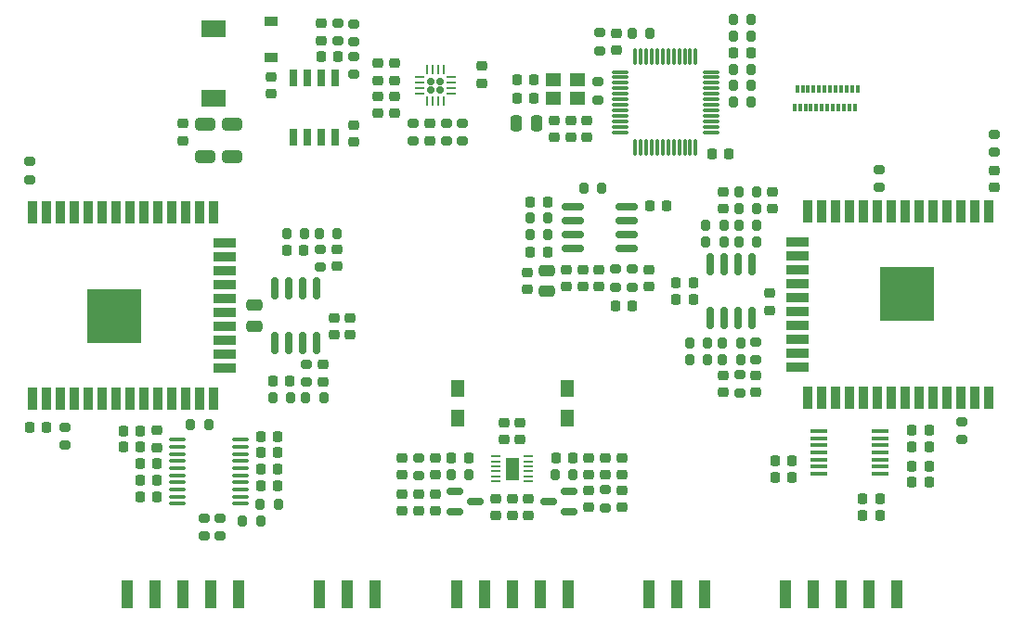
<source format=gbr>
%TF.GenerationSoftware,KiCad,Pcbnew,(6.0.0)*%
%TF.CreationDate,2022-06-06T22:40:17+03:00*%
%TF.ProjectId,basic_digital,62617369-635f-4646-9967-6974616c2e6b,rev?*%
%TF.SameCoordinates,Original*%
%TF.FileFunction,Paste,Top*%
%TF.FilePolarity,Positive*%
%FSLAX46Y46*%
G04 Gerber Fmt 4.6, Leading zero omitted, Abs format (unit mm)*
G04 Created by KiCad (PCBNEW (6.0.0)) date 2022-06-06 22:40:17*
%MOMM*%
%LPD*%
G01*
G04 APERTURE LIST*
G04 Aperture macros list*
%AMRoundRect*
0 Rectangle with rounded corners*
0 $1 Rounding radius*
0 $2 $3 $4 $5 $6 $7 $8 $9 X,Y pos of 4 corners*
0 Add a 4 corners polygon primitive as box body*
4,1,4,$2,$3,$4,$5,$6,$7,$8,$9,$2,$3,0*
0 Add four circle primitives for the rounded corners*
1,1,$1+$1,$2,$3*
1,1,$1+$1,$4,$5*
1,1,$1+$1,$6,$7*
1,1,$1+$1,$8,$9*
0 Add four rect primitives between the rounded corners*
20,1,$1+$1,$2,$3,$4,$5,0*
20,1,$1+$1,$4,$5,$6,$7,0*
20,1,$1+$1,$6,$7,$8,$9,0*
20,1,$1+$1,$8,$9,$2,$3,0*%
G04 Aperture macros list end*
%ADD10RoundRect,0.200000X0.200000X0.275000X-0.200000X0.275000X-0.200000X-0.275000X0.200000X-0.275000X0*%
%ADD11RoundRect,0.225000X0.225000X0.250000X-0.225000X0.250000X-0.225000X-0.250000X0.225000X-0.250000X0*%
%ADD12RoundRect,0.100000X-0.637500X-0.100000X0.637500X-0.100000X0.637500X0.100000X-0.637500X0.100000X0*%
%ADD13RoundRect,0.225000X0.250000X-0.225000X0.250000X0.225000X-0.250000X0.225000X-0.250000X-0.225000X0*%
%ADD14RoundRect,0.225000X-0.225000X-0.250000X0.225000X-0.250000X0.225000X0.250000X-0.225000X0.250000X0*%
%ADD15R,0.900000X2.000000*%
%ADD16R,2.000000X0.900000*%
%ADD17R,5.000000X5.000000*%
%ADD18RoundRect,0.200000X-0.200000X-0.275000X0.200000X-0.275000X0.200000X0.275000X-0.200000X0.275000X0*%
%ADD19RoundRect,0.250000X0.250000X0.475000X-0.250000X0.475000X-0.250000X-0.475000X0.250000X-0.475000X0*%
%ADD20RoundRect,0.225000X-0.250000X0.225000X-0.250000X-0.225000X0.250000X-0.225000X0.250000X0.225000X0*%
%ADD21RoundRect,0.150000X-0.587500X-0.150000X0.587500X-0.150000X0.587500X0.150000X-0.587500X0.150000X0*%
%ADD22RoundRect,0.250000X0.475000X-0.250000X0.475000X0.250000X-0.475000X0.250000X-0.475000X-0.250000X0*%
%ADD23R,1.400000X1.200000*%
%ADD24RoundRect,0.200000X-0.275000X0.200000X-0.275000X-0.200000X0.275000X-0.200000X0.275000X0.200000X0*%
%ADD25R,1.200000X0.900000*%
%ADD26R,1.000000X2.500000*%
%ADD27RoundRect,0.200000X0.275000X-0.200000X0.275000X0.200000X-0.275000X0.200000X-0.275000X-0.200000X0*%
%ADD28RoundRect,0.150000X0.587500X0.150000X-0.587500X0.150000X-0.587500X-0.150000X0.587500X-0.150000X0*%
%ADD29R,1.200000X1.500000*%
%ADD30R,1.600000X0.350000*%
%ADD31RoundRect,0.075000X-0.662500X-0.075000X0.662500X-0.075000X0.662500X0.075000X-0.662500X0.075000X0*%
%ADD32RoundRect,0.075000X-0.075000X-0.662500X0.075000X-0.662500X0.075000X0.662500X-0.075000X0.662500X0*%
%ADD33R,0.850000X0.250000*%
%ADD34R,1.310000X2.120000*%
%ADD35RoundRect,0.250000X-0.650000X0.325000X-0.650000X-0.325000X0.650000X-0.325000X0.650000X0.325000X0*%
%ADD36RoundRect,0.150000X0.150000X-0.825000X0.150000X0.825000X-0.150000X0.825000X-0.150000X-0.825000X0*%
%ADD37R,0.300000X0.700000*%
%ADD38R,2.200000X1.500000*%
%ADD39R,0.650000X1.525000*%
%ADD40RoundRect,0.160000X0.160000X0.160000X-0.160000X0.160000X-0.160000X-0.160000X0.160000X-0.160000X0*%
%ADD41RoundRect,0.062500X0.375000X0.062500X-0.375000X0.062500X-0.375000X-0.062500X0.375000X-0.062500X0*%
%ADD42RoundRect,0.062500X0.062500X0.375000X-0.062500X0.375000X-0.062500X-0.375000X0.062500X-0.375000X0*%
%ADD43RoundRect,0.150000X-0.825000X-0.150000X0.825000X-0.150000X0.825000X0.150000X-0.825000X0.150000X0*%
%ADD44RoundRect,0.250000X-0.475000X0.250000X-0.475000X-0.250000X0.475000X-0.250000X0.475000X0.250000X0*%
%ADD45RoundRect,0.150000X-0.150000X0.825000X-0.150000X-0.825000X0.150000X-0.825000X0.150000X0.825000X0*%
G04 APERTURE END LIST*
D10*
%TO.C,R23*%
X131825000Y31480000D03*
X130175000Y31480000D03*
%TD*%
D11*
%TO.C,C52*%
X187025000Y28500000D03*
X185475000Y28500000D03*
%TD*%
D12*
%TO.C,U4*%
X118500000Y27650000D03*
X118500000Y27000000D03*
X118500000Y26350000D03*
X118500000Y25700000D03*
X118500000Y25050000D03*
X118500000Y24400000D03*
X118500000Y23750000D03*
X118500000Y23100000D03*
X118500000Y22450000D03*
X118500000Y21800000D03*
X124225000Y21800000D03*
X124225000Y22450000D03*
X124225000Y23100000D03*
X124225000Y23750000D03*
X124225000Y24400000D03*
X124225000Y25050000D03*
X124225000Y25700000D03*
X124225000Y26350000D03*
X124225000Y27000000D03*
X124225000Y27650000D03*
%TD*%
D13*
%TO.C,C7*%
X136750000Y60475000D03*
X136750000Y62025000D03*
%TD*%
D14*
%TO.C,C73*%
X150675000Y44750000D03*
X152225000Y44750000D03*
%TD*%
D15*
%TO.C,U7*%
X105240000Y31420000D03*
X106510000Y31420000D03*
X107780000Y31420000D03*
X109050000Y31420000D03*
X110320000Y31420000D03*
X111590000Y31420000D03*
X112860000Y31420000D03*
X114130000Y31420000D03*
X115400000Y31420000D03*
X116670000Y31420000D03*
X117940000Y31420000D03*
X119210000Y31420000D03*
X120480000Y31420000D03*
X121750000Y31420000D03*
D16*
X122750000Y34205000D03*
X122750000Y35475000D03*
X122750000Y36745000D03*
X122750000Y38015000D03*
X122750000Y39285000D03*
X122750000Y40555000D03*
X122750000Y41825000D03*
X122750000Y43095000D03*
X122750000Y44365000D03*
X122750000Y45635000D03*
D15*
X121750000Y48420000D03*
X120480000Y48420000D03*
X119210000Y48420000D03*
X117940000Y48420000D03*
X116670000Y48420000D03*
X115400000Y48420000D03*
X114130000Y48420000D03*
X112860000Y48420000D03*
X111590000Y48420000D03*
X110320000Y48420000D03*
X109050000Y48420000D03*
X107780000Y48420000D03*
X106510000Y48420000D03*
X105240000Y48420000D03*
D17*
X112740000Y38920000D03*
%TD*%
D13*
%TO.C,C44*%
X134250000Y37225000D03*
X134250000Y38775000D03*
%TD*%
D18*
%TO.C,R34*%
X168175000Y35000000D03*
X169825000Y35000000D03*
%TD*%
D19*
%TO.C,FB1*%
X151250000Y56550000D03*
X149350000Y56550000D03*
%TD*%
D20*
%TO.C,C20*%
X139000000Y25975000D03*
X139000000Y24425000D03*
%TD*%
D10*
%TO.C,R40*%
X169825000Y36500000D03*
X168175000Y36500000D03*
%TD*%
%TO.C,R52*%
X121325000Y29000000D03*
X119675000Y29000000D03*
%TD*%
D21*
%TO.C,Q2*%
X143812500Y22950000D03*
X143812500Y21050000D03*
X145687500Y22000000D03*
%TD*%
D13*
%TO.C,C25*%
X159000000Y24475000D03*
X159000000Y26025000D03*
%TD*%
D10*
%TO.C,R24*%
X133075000Y46500000D03*
X131425000Y46500000D03*
%TD*%
D22*
%TO.C,C39*%
X125500000Y38050000D03*
X125500000Y39950000D03*
%TD*%
D11*
%TO.C,C41*%
X127637500Y24975000D03*
X126087500Y24975000D03*
%TD*%
D23*
%TO.C,Y1*%
X152800000Y58800000D03*
X155000000Y58800000D03*
X155000000Y60500000D03*
X152800000Y60500000D03*
%TD*%
D11*
%TO.C,C45*%
X128755000Y32980000D03*
X127205000Y32980000D03*
%TD*%
D13*
%TO.C,C5*%
X149750000Y27675000D03*
X149750000Y29225000D03*
%TD*%
D11*
%TO.C,C34*%
X127637500Y26475000D03*
X126087500Y26475000D03*
%TD*%
D20*
%TO.C,C3*%
X138250000Y59025000D03*
X138250000Y57475000D03*
%TD*%
D11*
%TO.C,C74*%
X163075000Y49050000D03*
X161525000Y49050000D03*
%TD*%
D24*
%TO.C,R54*%
X193000000Y55575000D03*
X193000000Y53925000D03*
%TD*%
D10*
%TO.C,R37*%
X168325000Y47250000D03*
X166675000Y47250000D03*
%TD*%
D25*
%TO.C,D1*%
X127000000Y62600000D03*
X127000000Y65900000D03*
%TD*%
D18*
%TO.C,R33*%
X169675000Y47250000D03*
X171325000Y47250000D03*
%TD*%
D26*
%TO.C,J8*%
X154080000Y13525000D03*
X151540000Y13525000D03*
X149000000Y13525000D03*
X146460000Y13525000D03*
X143920000Y13525000D03*
%TD*%
D20*
%TO.C,C26*%
X139000000Y22725000D03*
X139000000Y21175000D03*
%TD*%
D27*
%TO.C,R30*%
X169750000Y31925000D03*
X169750000Y33575000D03*
%TD*%
D28*
%TO.C,Q1*%
X154187500Y21050000D03*
X154187500Y22950000D03*
X152312500Y22000000D03*
%TD*%
D27*
%TO.C,R56*%
X190000000Y27675000D03*
X190000000Y29325000D03*
%TD*%
D20*
%TO.C,C77*%
X155450000Y43175000D03*
X155450000Y41625000D03*
%TD*%
D14*
%TO.C,C82*%
X113562500Y28475000D03*
X115112500Y28475000D03*
%TD*%
D27*
%TO.C,R26*%
X131500000Y43425000D03*
X131500000Y45075000D03*
%TD*%
D24*
%TO.C,R55*%
X182500000Y52325000D03*
X182500000Y50675000D03*
%TD*%
D29*
%TO.C,L1*%
X144000000Y32350000D03*
X144000000Y29650000D03*
%TD*%
D20*
%TO.C,C59*%
X171250000Y33525000D03*
X171250000Y31975000D03*
%TD*%
D13*
%TO.C,C14*%
X141500000Y54975000D03*
X141500000Y56525000D03*
%TD*%
D18*
%TO.C,R1*%
X169175000Y58500000D03*
X170825000Y58500000D03*
%TD*%
D13*
%TO.C,C61*%
X168250000Y31975000D03*
X168250000Y33525000D03*
%TD*%
D18*
%TO.C,R43*%
X159925000Y64750000D03*
X161575000Y64750000D03*
%TD*%
D26*
%TO.C,J9*%
X124080000Y13525000D03*
X121540000Y13525000D03*
X119000000Y13525000D03*
X116460000Y13525000D03*
X113920000Y13525000D03*
%TD*%
D20*
%TO.C,C66*%
X154350000Y56825000D03*
X154350000Y55275000D03*
%TD*%
D10*
%TO.C,R31*%
X171325000Y48750000D03*
X169675000Y48750000D03*
%TD*%
D18*
%TO.C,R35*%
X166675000Y45750000D03*
X168325000Y45750000D03*
%TD*%
D29*
%TO.C,L2*%
X154000000Y29650000D03*
X154000000Y32350000D03*
%TD*%
D20*
%TO.C,C68*%
X119000000Y56525000D03*
X119000000Y54975000D03*
%TD*%
D24*
%TO.C,R25*%
X130250000Y34575000D03*
X130250000Y32925000D03*
%TD*%
D30*
%TO.C,IC3*%
X182550000Y24550000D03*
X182550000Y25200000D03*
X182550000Y25850000D03*
X182550000Y26500000D03*
X182550000Y27150000D03*
X182550000Y27800000D03*
X182550000Y28450000D03*
X176950000Y28450000D03*
X176950000Y27800000D03*
X176950000Y27150000D03*
X176950000Y26500000D03*
X176950000Y25850000D03*
X176950000Y25200000D03*
X176950000Y24550000D03*
%TD*%
D20*
%TO.C,C75*%
X153950000Y43175000D03*
X153950000Y41625000D03*
%TD*%
D13*
%TO.C,C23*%
X142000000Y24425000D03*
X142000000Y25975000D03*
%TD*%
D11*
%TO.C,C35*%
X127637500Y27975000D03*
X126087500Y27975000D03*
%TD*%
D18*
%TO.C,R41*%
X169175000Y64500000D03*
X170825000Y64500000D03*
%TD*%
D13*
%TO.C,C27*%
X150510000Y20725000D03*
X150510000Y22275000D03*
%TD*%
%TO.C,C72*%
X161450000Y41625000D03*
X161450000Y43175000D03*
%TD*%
D11*
%TO.C,C78*%
X106525000Y28750000D03*
X104975000Y28750000D03*
%TD*%
D31*
%TO.C,U1*%
X158837500Y61250000D03*
X158837500Y60750000D03*
X158837500Y60250000D03*
X158837500Y59750000D03*
X158837500Y59250000D03*
X158837500Y58750000D03*
X158837500Y58250000D03*
X158837500Y57750000D03*
X158837500Y57250000D03*
X158837500Y56750000D03*
X158837500Y56250000D03*
X158837500Y55750000D03*
D32*
X160250000Y54337500D03*
X160750000Y54337500D03*
X161250000Y54337500D03*
X161750000Y54337500D03*
X162250000Y54337500D03*
X162750000Y54337500D03*
X163250000Y54337500D03*
X163750000Y54337500D03*
X164250000Y54337500D03*
X164750000Y54337500D03*
X165250000Y54337500D03*
X165750000Y54337500D03*
D31*
X167162500Y55750000D03*
X167162500Y56250000D03*
X167162500Y56750000D03*
X167162500Y57250000D03*
X167162500Y57750000D03*
X167162500Y58250000D03*
X167162500Y58750000D03*
X167162500Y59250000D03*
X167162500Y59750000D03*
X167162500Y60250000D03*
X167162500Y60750000D03*
X167162500Y61250000D03*
D32*
X165750000Y62662500D03*
X165250000Y62662500D03*
X164750000Y62662500D03*
X164250000Y62662500D03*
X163750000Y62662500D03*
X163250000Y62662500D03*
X162750000Y62662500D03*
X162250000Y62662500D03*
X161750000Y62662500D03*
X161250000Y62662500D03*
X160750000Y62662500D03*
X160250000Y62662500D03*
%TD*%
D27*
%TO.C,R11*%
X134600000Y64000000D03*
X134600000Y65650000D03*
%TD*%
D20*
%TO.C,C60*%
X172750000Y50275000D03*
X172750000Y48725000D03*
%TD*%
D14*
%TO.C,C64*%
X167225000Y53750000D03*
X168775000Y53750000D03*
%TD*%
D26*
%TO.C,J10*%
X184080000Y13525000D03*
X181540000Y13525000D03*
X179000000Y13525000D03*
X176460000Y13525000D03*
X173920000Y13525000D03*
%TD*%
D18*
%TO.C,R18*%
X124425000Y20200000D03*
X126075000Y20200000D03*
%TD*%
D20*
%TO.C,C79*%
X193000000Y52275000D03*
X193000000Y50725000D03*
%TD*%
D10*
%TO.C,R29*%
X171325000Y50250000D03*
X169675000Y50250000D03*
%TD*%
D13*
%TO.C,C58*%
X168250000Y48725000D03*
X168250000Y50275000D03*
%TD*%
%TO.C,C37*%
X116587500Y26950000D03*
X116587500Y28500000D03*
%TD*%
D24*
%TO.C,R48*%
X159950000Y43225000D03*
X159950000Y41575000D03*
%TD*%
%TO.C,R53*%
X105000000Y53075000D03*
X105000000Y51425000D03*
%TD*%
D11*
%TO.C,C70*%
X152225000Y49400000D03*
X150675000Y49400000D03*
%TD*%
D24*
%TO.C,R14*%
X157500000Y23075000D03*
X157500000Y21425000D03*
%TD*%
%TO.C,R51*%
X108250000Y28825000D03*
X108250000Y27175000D03*
%TD*%
D20*
%TO.C,C65*%
X155850000Y56825000D03*
X155850000Y55275000D03*
%TD*%
D33*
%TO.C,IC1*%
X147550000Y26125000D03*
X147550000Y25675000D03*
X147550000Y25225000D03*
X147550000Y24775000D03*
X147550000Y24325000D03*
X147550000Y23875000D03*
X150450000Y23875000D03*
X150450000Y24325000D03*
X150450000Y24775000D03*
X150450000Y25225000D03*
X150450000Y25675000D03*
X150450000Y26125000D03*
D34*
X149000000Y25000000D03*
%TD*%
D14*
%TO.C,C51*%
X180975000Y20750000D03*
X182525000Y20750000D03*
%TD*%
D11*
%TO.C,C69*%
X159975000Y39900000D03*
X158425000Y39900000D03*
%TD*%
D10*
%TO.C,R39*%
X171325000Y45750000D03*
X169675000Y45750000D03*
%TD*%
%TO.C,R17*%
X145075000Y24500000D03*
X143425000Y24500000D03*
%TD*%
D35*
%TO.C,C15*%
X121000000Y56475000D03*
X121000000Y53525000D03*
%TD*%
D11*
%TO.C,C63*%
X174525000Y24250000D03*
X172975000Y24250000D03*
%TD*%
D13*
%TO.C,C76*%
X150400000Y41375000D03*
X150400000Y42925000D03*
%TD*%
D18*
%TO.C,R4*%
X169175000Y66000000D03*
X170825000Y66000000D03*
%TD*%
D26*
%TO.C,J3*%
X136540000Y13525000D03*
X134000000Y13525000D03*
X131460000Y13525000D03*
%TD*%
D14*
%TO.C,C36*%
X115062500Y22475000D03*
X116612500Y22475000D03*
%TD*%
D27*
%TO.C,R6*%
X133100000Y64075000D03*
X133100000Y65725000D03*
%TD*%
D36*
%TO.C,U5*%
X127345000Y36525000D03*
X128615000Y36525000D03*
X129885000Y36525000D03*
X131155000Y36525000D03*
X131155000Y41475000D03*
X129885000Y41475000D03*
X128615000Y41475000D03*
X127345000Y41475000D03*
%TD*%
D20*
%TO.C,C8*%
X127000000Y60775000D03*
X127000000Y59225000D03*
%TD*%
%TO.C,C16*%
X146250000Y61775000D03*
X146250000Y60225000D03*
%TD*%
D14*
%TO.C,C40*%
X115062500Y23975000D03*
X116612500Y23975000D03*
%TD*%
D13*
%TO.C,C28*%
X157500000Y24475000D03*
X157500000Y26025000D03*
%TD*%
D18*
%TO.C,R3*%
X169175000Y61500000D03*
X170825000Y61500000D03*
%TD*%
D11*
%TO.C,C62*%
X174525000Y25750000D03*
X172975000Y25750000D03*
%TD*%
D37*
%TO.C,J1*%
X180250000Y57980000D03*
X179750000Y57980000D03*
X179250000Y57980000D03*
X178750000Y57980000D03*
X178250000Y57980000D03*
X177750000Y57980000D03*
X177250000Y57980000D03*
X176750000Y57980000D03*
X176250000Y57980000D03*
X175750000Y57980000D03*
X175250000Y57980000D03*
X174750000Y57980000D03*
X175000000Y59680000D03*
X175500000Y59680000D03*
X176000000Y59680000D03*
X176500000Y59680000D03*
X177000000Y59680000D03*
X177500000Y59680000D03*
X178000000Y59680000D03*
X178500000Y59680000D03*
X179000000Y59680000D03*
X179500000Y59680000D03*
X180000000Y59680000D03*
X180500000Y59680000D03*
%TD*%
D11*
%TO.C,C54*%
X187025000Y27000000D03*
X185475000Y27000000D03*
%TD*%
D13*
%TO.C,C31*%
X156000000Y24475000D03*
X156000000Y26025000D03*
%TD*%
D18*
%TO.C,R22*%
X128425000Y46480000D03*
X130075000Y46480000D03*
%TD*%
D13*
%TO.C,C1*%
X158500000Y63225000D03*
X158500000Y64775000D03*
%TD*%
D26*
%TO.C,J6*%
X166540000Y13525000D03*
X164000000Y13525000D03*
X161460000Y13525000D03*
%TD*%
D20*
%TO.C,C22*%
X156000000Y23025000D03*
X156000000Y21475000D03*
%TD*%
D24*
%TO.C,R45*%
X157000000Y64825000D03*
X157000000Y63175000D03*
%TD*%
D20*
%TO.C,C6*%
X136750000Y59025000D03*
X136750000Y57475000D03*
%TD*%
D24*
%TO.C,R44*%
X156850000Y60325000D03*
X156850000Y58675000D03*
%TD*%
D27*
%TO.C,R10*%
X134600000Y61000000D03*
X134600000Y62650000D03*
%TD*%
D13*
%TO.C,C9*%
X134600000Y54875000D03*
X134600000Y56425000D03*
%TD*%
D14*
%TO.C,C12*%
X131575000Y62650000D03*
X133125000Y62650000D03*
%TD*%
D38*
%TO.C,L3*%
X121750000Y65200000D03*
X121750000Y58800000D03*
%TD*%
D24*
%TO.C,R32*%
X171250000Y36575000D03*
X171250000Y34925000D03*
%TD*%
D39*
%TO.C,IC2*%
X129095000Y55288000D03*
X130365000Y55288000D03*
X131635000Y55288000D03*
X132905000Y55288000D03*
X132905000Y60712000D03*
X131635000Y60712000D03*
X130365000Y60712000D03*
X129095000Y60712000D03*
%TD*%
D13*
%TO.C,C48*%
X133000000Y43475000D03*
X133000000Y45025000D03*
%TD*%
D27*
%TO.C,R47*%
X158450000Y41575000D03*
X158450000Y43225000D03*
%TD*%
D15*
%TO.C,U8*%
X192500000Y48500000D03*
X191230000Y48500000D03*
X189960000Y48500000D03*
X188690000Y48500000D03*
X187420000Y48500000D03*
X186150000Y48500000D03*
X184880000Y48500000D03*
X183610000Y48500000D03*
X182340000Y48500000D03*
X181070000Y48500000D03*
X179800000Y48500000D03*
X178530000Y48500000D03*
X177260000Y48500000D03*
X175990000Y48500000D03*
D16*
X174990000Y45715000D03*
X174990000Y44445000D03*
X174990000Y43175000D03*
X174990000Y41905000D03*
X174990000Y40635000D03*
X174990000Y39365000D03*
X174990000Y38095000D03*
X174990000Y36825000D03*
X174990000Y35555000D03*
X174990000Y34285000D03*
D15*
X175990000Y31500000D03*
X177260000Y31500000D03*
X178530000Y31500000D03*
X179800000Y31500000D03*
X181070000Y31500000D03*
X182340000Y31500000D03*
X183610000Y31500000D03*
X184880000Y31500000D03*
X186150000Y31500000D03*
X187420000Y31500000D03*
X188690000Y31500000D03*
X189960000Y31500000D03*
X191230000Y31500000D03*
X192500000Y31500000D03*
D17*
X185000000Y41000000D03*
%TD*%
D40*
%TO.C,U3*%
X141600000Y60400000D03*
X141600000Y59600000D03*
X142400000Y59600000D03*
X142400000Y60400000D03*
D41*
X143437500Y59250000D03*
X143437500Y59750000D03*
X143437500Y60250000D03*
X143437500Y60750000D03*
D42*
X142750000Y61437500D03*
X142250000Y61437500D03*
X141750000Y61437500D03*
X141250000Y61437500D03*
D41*
X140562500Y60750000D03*
X140562500Y60250000D03*
X140562500Y59750000D03*
X140562500Y59250000D03*
D42*
X141250000Y58562500D03*
X141750000Y58562500D03*
X142250000Y58562500D03*
X142750000Y58562500D03*
%TD*%
D13*
%TO.C,C33*%
X147500000Y20725000D03*
X147500000Y22275000D03*
%TD*%
D20*
%TO.C,C47*%
X131750000Y34525000D03*
X131750000Y32975000D03*
%TD*%
D13*
%TO.C,C17*%
X138250000Y60475000D03*
X138250000Y62025000D03*
%TD*%
D18*
%TO.C,R21*%
X127175000Y31500000D03*
X128825000Y31500000D03*
%TD*%
D10*
%TO.C,R49*%
X152275000Y46400000D03*
X150625000Y46400000D03*
%TD*%
D43*
%TO.C,U2*%
X154525000Y48905000D03*
X154525000Y47635000D03*
X154525000Y46365000D03*
X154525000Y45095000D03*
X159475000Y45095000D03*
X159475000Y46365000D03*
X159475000Y47635000D03*
X159475000Y48905000D03*
%TD*%
D13*
%TO.C,C13*%
X131600000Y64125000D03*
X131600000Y65675000D03*
%TD*%
D11*
%TO.C,C43*%
X127637500Y23475000D03*
X126087500Y23475000D03*
%TD*%
%TO.C,C49*%
X187025000Y23750000D03*
X185475000Y23750000D03*
%TD*%
D18*
%TO.C,R42*%
X126037500Y21750000D03*
X127687500Y21750000D03*
%TD*%
D14*
%TO.C,C81*%
X149425000Y58800000D03*
X150975000Y58800000D03*
%TD*%
D11*
%TO.C,C56*%
X165525000Y42000000D03*
X163975000Y42000000D03*
%TD*%
D27*
%TO.C,R15*%
X140500000Y24375000D03*
X140500000Y26025000D03*
%TD*%
D44*
%TO.C,FB2*%
X152200000Y43100000D03*
X152200000Y41200000D03*
%TD*%
D13*
%TO.C,C42*%
X132750000Y37225000D03*
X132750000Y38775000D03*
%TD*%
D27*
%TO.C,R8*%
X143000000Y54925000D03*
X143000000Y56575000D03*
%TD*%
D11*
%TO.C,C46*%
X130025000Y44980000D03*
X128475000Y44980000D03*
%TD*%
D24*
%TO.C,R9*%
X144500000Y56575000D03*
X144500000Y54925000D03*
%TD*%
D11*
%TO.C,C57*%
X165525000Y40500000D03*
X163975000Y40500000D03*
%TD*%
D14*
%TO.C,C53*%
X180975000Y22250000D03*
X182525000Y22250000D03*
%TD*%
D35*
%TO.C,C84*%
X123500000Y56475000D03*
X123500000Y53525000D03*
%TD*%
D20*
%TO.C,C19*%
X159000000Y23025000D03*
X159000000Y21475000D03*
%TD*%
D18*
%TO.C,R2*%
X169175000Y60000000D03*
X170825000Y60000000D03*
%TD*%
D14*
%TO.C,C83*%
X113562500Y26975000D03*
X115112500Y26975000D03*
%TD*%
%TO.C,C2*%
X169225000Y63000000D03*
X170775000Y63000000D03*
%TD*%
D18*
%TO.C,R36*%
X165175000Y36500000D03*
X166825000Y36500000D03*
%TD*%
D13*
%TO.C,C55*%
X172500000Y39475000D03*
X172500000Y41025000D03*
%TD*%
D20*
%TO.C,C32*%
X142000000Y22725000D03*
X142000000Y21175000D03*
%TD*%
D45*
%TO.C,U6*%
X170905000Y43725000D03*
X169635000Y43725000D03*
X168365000Y43725000D03*
X167095000Y43725000D03*
X167095000Y38775000D03*
X168365000Y38775000D03*
X169635000Y38775000D03*
X170905000Y38775000D03*
%TD*%
D14*
%TO.C,C10*%
X152975000Y26000000D03*
X154525000Y26000000D03*
%TD*%
D18*
%TO.C,R46*%
X150625000Y47900000D03*
X152275000Y47900000D03*
%TD*%
D20*
%TO.C,C67*%
X152850000Y56825000D03*
X152850000Y55275000D03*
%TD*%
D10*
%TO.C,R38*%
X166825000Y35000000D03*
X165175000Y35000000D03*
%TD*%
%TO.C,R50*%
X157200000Y50650000D03*
X155550000Y50650000D03*
%TD*%
D13*
%TO.C,C30*%
X149010000Y20725000D03*
X149010000Y22275000D03*
%TD*%
D18*
%TO.C,R16*%
X152925000Y24500000D03*
X154575000Y24500000D03*
%TD*%
D20*
%TO.C,C29*%
X140500000Y22725000D03*
X140500000Y21175000D03*
%TD*%
D14*
%TO.C,C38*%
X115062500Y25475000D03*
X116612500Y25475000D03*
%TD*%
D24*
%TO.C,R7*%
X140000000Y56575000D03*
X140000000Y54925000D03*
%TD*%
D11*
%TO.C,C11*%
X145025000Y26000000D03*
X143475000Y26000000D03*
%TD*%
D13*
%TO.C,C4*%
X148250000Y27675000D03*
X148250000Y29225000D03*
%TD*%
D14*
%TO.C,C80*%
X149425000Y60500000D03*
X150975000Y60500000D03*
%TD*%
D20*
%TO.C,C71*%
X156950000Y43175000D03*
X156950000Y41625000D03*
%TD*%
D27*
%TO.C,R20*%
X120900000Y18875000D03*
X120900000Y20525000D03*
%TD*%
D11*
%TO.C,C50*%
X187025000Y25250000D03*
X185475000Y25250000D03*
%TD*%
D27*
%TO.C,R19*%
X122400000Y18875000D03*
X122400000Y20525000D03*
%TD*%
M02*

</source>
